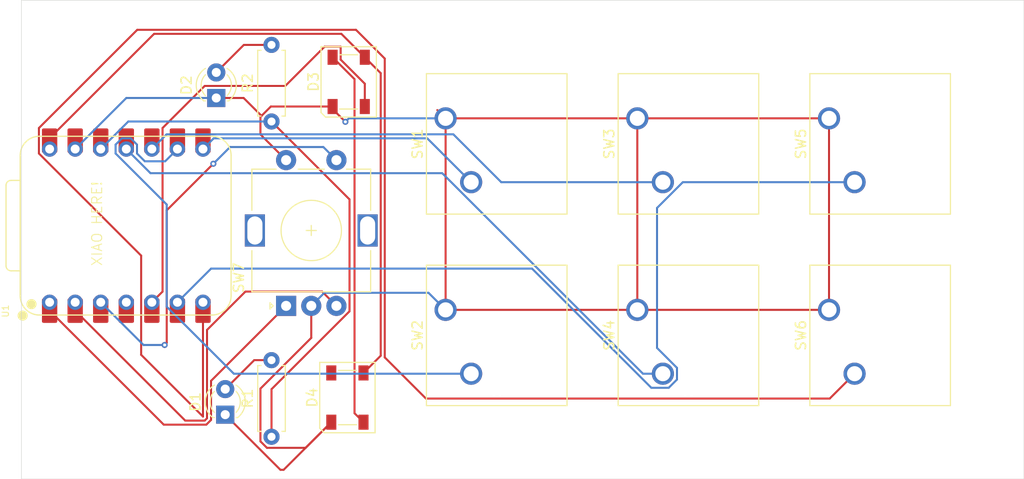
<source format=kicad_pcb>
(kicad_pcb (version 20241229) (generator "pcbnew") (generator_version "9.0")
  (layers (0 "F.Cu" signal) (2 "B.Cu" signal) (13 "F.Paste" user) (15 "B.Paste" user) (5 "F.SilkS" user "F.Silkscreen") (7 "B.SilkS" user "B.Silkscreen") (1 "F.Mask" user) (3 "B.Mask" user) (25 "Edge.Cuts" user))
  (net 0 "")
  (net 1 "GND")
  (net 2 "+5V")
  (net 3 "Net-(D3-DIN)")
  (net 4 "Net-(D3-DOUT)")
  (net 6 "Net-(U1-GPIO1{slash}RX)")
  (net 7 "Net-(U1-GPIO2{slash}SCK)")
  (net 8 "Net-(U1-GPIO4{slash}MISO)")
  (net 9 "Net-(U1-GPIO3{slash}MOSI)")
  (net 10 "Net-(U1-GPIO7{slash}SCL)")
  (net 11 "Net-(U1-GPIO0{slash}TX)")
  (net 12 "Net-(D1-A)")
  (net 13 "Net-(D2-A)")
  (net 14 "Net-(U1-3V3)")
  (net 16 "Net-(U1-GPIO28{slash}ADC2{slash}A2)")
  (net 17 "Net-(U1-GPIO27{slash}ADC1{slash}A1)")
  (net 18 "Net-(U1-GPIO26{slash}ADC0{slash}A0)")
  (footprint "Button_Switch_Keyboard:SW_Cherry_MX_1.00u_PCB" (layer "F.Cu") (at 183.03875 104.61625 90)
    (property "Reference" "SW4" (at -2.54 -2.794 90) (layer "F.SilkS"))
    (property "Value" "SW_Push")
    (fp_line (start 4.445 -1.905) (end 4.445 12.065) (stroke (width 0.12)) (layer "F.SilkS"))
    (fp_line (start -9.525 -1.905) (end 4.445 -1.905) (stroke (width 0.12)) (layer "F.SilkS"))
    (fp_line (start 4.445 12.065) (end -9.525 12.065) (stroke (width 0.12)) (layer "F.SilkS"))
    (fp_line (start -9.525 12.065) (end -9.525 -1.905) (stroke (width 0.12)) (layer "F.SilkS"))
    (pad "" np_thru_hole circle (at -7.62 5.08 90) (size 1.7 1.7) (drill 1.7) (layers "*.Cu" "*.Mask"))
    (pad "" np_thru_hole circle (at -2.54 5.08 90) (size 4 4) (drill 4) (layers "*.Cu" "*.Mask"))
    (pad "" np_thru_hole circle (at 2.54 5.08 90) (size 1.7 1.7) (drill 1.7) (layers "*.Cu" "*.Mask"))
    (pad "1" thru_hole circle (at 0 0 90) (size 2.2 2.2) (drill 1.5) (layers "*.Cu" "*.Mask") (net 1 "GND"))
    (pad "2" thru_hole circle (at -6.35 2.54 90) (size 2.2 2.2) (drill 1.5) (layers "*.Cu" "*.Mask") (net 9 "Net-(U1-GPIO3{slash}MOSI)"))
  )
  (footprint "Button_Switch_Keyboard:SW_Cherry_MX_1.00u_PCB" (layer "F.Cu") (at 183.03875 85.56625 90)
    (property "Reference" "SW3" (at -2.54 -2.794 90) (layer "F.SilkS"))
    (property "Value" "SW_Push")
    (fp_line (start 4.445 -1.905) (end 4.445 12.065) (stroke (width 0.12)) (layer "F.SilkS"))
    (fp_line (start -9.525 -1.905) (end 4.445 -1.905) (stroke (width 0.12)) (layer "F.SilkS"))
    (fp_line (start 4.445 12.065) (end -9.525 12.065) (stroke (width 0.12)) (layer "F.SilkS"))
    (fp_line (start -9.525 12.065) (end -9.525 -1.905) (stroke (width 0.12)) (layer "F.SilkS"))
    (pad "" np_thru_hole circle (at -7.62 5.08 90) (size 1.7 1.7) (drill 1.7) (layers "*.Cu" "*.Mask"))
    (pad "" np_thru_hole circle (at -2.54 5.08 90) (size 4 4) (drill 4) (layers "*.Cu" "*.Mask"))
    (pad "" np_thru_hole circle (at 2.54 5.08 90) (size 1.7 1.7) (drill 1.7) (layers "*.Cu" "*.Mask"))
    (pad "1" thru_hole circle (at 0 0 90) (size 2.2 2.2) (drill 1.5) (layers "*.Cu" "*.Mask") (net 1 "GND"))
    (pad "2" thru_hole circle (at -6.35 2.54 90) (size 2.2 2.2) (drill 1.5) (layers "*.Cu" "*.Mask") (net 8 "Net-(U1-GPIO4{slash}MISO)"))
  )
  (footprint "Resistor_THT:R_Axial_DIN0207_L6.3mm_D2.5mm_P7.62mm_Horizontal" (layer "F.Cu") (at 146.69 85.88 90)
    (property "Reference" "R2" (at 3.81 -2.37 90) (layer "F.SilkS"))
    (property "Value" "680Ω")
    (fp_line (start 7.08 -1.37) (end 7.08 -1.04) (stroke (width 0.12)) (layer "F.SilkS"))
    (fp_line (start 0.54 -1.37) (end 7.08 -1.37) (stroke (width 0.12)) (layer "F.SilkS"))
    (fp_line (start 0.54 -1.04) (end 0.54 -1.37) (stroke (width 0.12)) (layer "F.SilkS"))
    (fp_line (start 0.54 1.04) (end 0.54 1.37) (stroke (width 0.12)) (layer "F.SilkS"))
    (fp_line (start 7.08 1.37) (end 7.08 1.04) (stroke (width 0.12)) (layer "F.SilkS"))
    (fp_line (start 0.54 1.37) (end 7.08 1.37) (stroke (width 0.12)) (layer "F.SilkS"))
    (pad "1" thru_hole circle (at 0 0 90) (size 1.6 1.6) (drill 0.8) (layers "*.Cu" "*.Mask") (net 14 "Net-(U1-3V3)"))
    (pad "2" thru_hole circle (at 7.62 0 90) (size 1.6 1.6) (drill 0.8) (layers "*.Cu" "*.Mask") (net 13 "Net-(D2-A)"))
  )
  (footprint "LED_THT:LED_D3.0mm" (layer "F.Cu") (at 142.09 115.04 90)
    (property "Reference" "D1" (at 1.27 -2.96 90) (layer "F.SilkS"))
    (property "Value" "LED")
    (fp_line (start -0.29 -1.236) (end -0.29 -1.08) (stroke (width 0.12)) (layer "F.SilkS"))
    (fp_line (start -0.29 1.08) (end -0.29 1.236) (stroke (width 0.12)) (layer "F.SilkS"))
    (fp_arc (start -0.29 -1.235516) (mid 1.36566 -1.987699) (end 2.941437 -1.08) (stroke (width 0.12)) (layer "F.SilkS"))
    (fp_arc (start 0.229039 -1.08) (mid 1.27 -1.5) (end 2.310961 -1.08) (stroke (width 0.12)) (layer "F.SilkS"))
    (fp_arc (start 2.941437 1.08) (mid 1.36566 1.987699) (end -0.29 1.235516) (stroke (width 0.12)) (layer "F.SilkS"))
    (fp_arc (start 2.310961 1.08) (mid 1.27 1.5) (end 0.229039 1.08) (stroke (width 0.12)) (layer "F.SilkS"))
    (pad "1" thru_hole rect (at 0 0 90) (size 1.8 1.8) (drill 0.9) (layers "*.Cu" "*.Mask") (net 1 "GND"))
    (pad "2" thru_hole circle (at 2.54 0 90) (size 1.8 1.8) (drill 0.9) (layers "*.Cu" "*.Mask") (net 12 "Net-(D1-A)"))
  )
  (footprint "Button_Switch_Keyboard:SW_Cherry_MX_1.00u_PCB" (layer "F.Cu") (at 202.08875 104.61625 90)
    (property "Reference" "SW6" (at -2.54 -2.794 90) (layer "F.SilkS"))
    (property "Value" "SW_Push")
    (fp_line (start 4.445 -1.905) (end 4.445 12.065) (stroke (width 0.12)) (layer "F.SilkS"))
    (fp_line (start -9.525 -1.905) (end 4.445 -1.905) (stroke (width 0.12)) (layer "F.SilkS"))
    (fp_line (start 4.445 12.065) (end -9.525 12.065) (stroke (width 0.12)) (layer "F.SilkS"))
    (fp_line (start -9.525 12.065) (end -9.525 -1.905) (stroke (width 0.12)) (layer "F.SilkS"))
    (pad "" np_thru_hole circle (at -7.62 5.08 90) (size 1.7 1.7) (drill 1.7) (layers "*.Cu" "*.Mask"))
    (pad "" np_thru_hole circle (at -2.54 5.08 90) (size 4 4) (drill 4) (layers "*.Cu" "*.Mask"))
    (pad "" np_thru_hole circle (at 2.54 5.08 90) (size 1.7 1.7) (drill 1.7) (layers "*.Cu" "*.Mask"))
    (pad "1" thru_hole circle (at 0 0 90) (size 2.2 2.2) (drill 1.5) (layers "*.Cu" "*.Mask") (net 1 "GND"))
    (pad "2" thru_hole circle (at -6.35 2.54 90) (size 2.2 2.2) (drill 1.5) (layers "*.Cu" "*.Mask") (net 11 "Net-(U1-GPIO0{slash}TX)"))
  )
  (footprint "Resistor_THT:R_Axial_DIN0207_L6.3mm_D2.5mm_P7.62mm_Horizontal" (layer "F.Cu") (at 146.69 117.24 90)
    (property "Reference" "R1" (at 3.81 -2.37 90) (layer "F.SilkS"))
    (property "Value" "680Ω")
    (fp_line (start 7.08 -1.37) (end 7.08 -1.04) (stroke (width 0.12)) (layer "F.SilkS"))
    (fp_line (start 0.54 -1.37) (end 7.08 -1.37) (stroke (width 0.12)) (layer "F.SilkS"))
    (fp_line (start 0.54 -1.04) (end 0.54 -1.37) (stroke (width 0.12)) (layer "F.SilkS"))
    (fp_line (start 0.54 1.04) (end 0.54 1.37) (stroke (width 0.12)) (layer "F.SilkS"))
    (fp_line (start 7.08 1.37) (end 7.08 1.04) (stroke (width 0.12)) (layer "F.SilkS"))
    (fp_line (start 0.54 1.37) (end 7.08 1.37) (stroke (width 0.12)) (layer "F.SilkS"))
    (pad "1" thru_hole circle (at 0 0 90) (size 1.6 1.6) (drill 0.8) (layers "*.Cu" "*.Mask") (net 14 "Net-(U1-3V3)"))
    (pad "2" thru_hole circle (at 7.62 0 90) (size 1.6 1.6) (drill 0.8) (layers "*.Cu" "*.Mask") (net 12 "Net-(D1-A)"))
  )
  (footprint "LED_THT:LED_D3.0mm" (layer "F.Cu") (at 141.2 83.54 90)
    (property "Reference" "D2" (at 1.27 -2.96 90) (layer "F.SilkS"))
    (property "Value" "LED")
    (fp_line (start -0.29 -1.236) (end -0.29 -1.08) (stroke (width 0.12)) (layer "F.SilkS"))
    (fp_line (start -0.29 1.08) (end -0.29 1.236) (stroke (width 0.12)) (layer "F.SilkS"))
    (fp_arc (start -0.29 -1.235516) (mid 1.36566 -1.987699) (end 2.941437 -1.08) (stroke (width 0.12)) (layer "F.SilkS"))
    (fp_arc (start 0.229039 -1.08) (mid 1.27 -1.5) (end 2.310961 -1.08) (stroke (width 0.12)) (layer "F.SilkS"))
    (fp_arc (start 2.941437 1.08) (mid 1.36566 1.987699) (end -0.29 1.235516) (stroke (width 0.12)) (layer "F.SilkS"))
    (fp_arc (start 2.310961 1.08) (mid 1.27 1.5) (end 0.229039 1.08) (stroke (width 0.12)) (layer "F.SilkS"))
    (pad "1" thru_hole rect (at 0 0 90) (size 1.8 1.8) (drill 0.9) (layers "*.Cu" "*.Mask") (net 1 "GND"))
    (pad "2" thru_hole circle (at 2.54 0 90) (size 1.8 1.8) (drill 0.9) (layers "*.Cu" "*.Mask") (net 13 "Net-(D2-A)"))
  )
  (footprint "Button_Switch_Keyboard:SW_Cherry_MX_1.00u_PCB" (layer "F.Cu") (at 163.98875 85.56625 90)
    (property "Reference" "SW1" (at -2.54 -2.794 90) (layer "F.SilkS"))
    (property "Value" "SW_Push")
    (fp_line (start 4.445 -1.905) (end 4.445 12.065) (stroke (width 0.12)) (layer "F.SilkS"))
    (fp_line (start -9.525 -1.905) (end 4.445 -1.905) (stroke (width 0.12)) (layer "F.SilkS"))
    (fp_line (start 4.445 12.065) (end -9.525 12.065) (stroke (width 0.12)) (layer "F.SilkS"))
    (fp_line (start -9.525 12.065) (end -9.525 -1.905) (stroke (width 0.12)) (layer "F.SilkS"))
    (pad "" np_thru_hole circle (at -7.62 5.08 90) (size 1.7 1.7) (drill 1.7) (layers "*.Cu" "*.Mask"))
    (pad "" np_thru_hole circle (at -2.54 5.08 90) (size 4 4) (drill 4) (layers "*.Cu" "*.Mask"))
    (pad "" np_thru_hole circle (at 2.54 5.08 90) (size 1.7 1.7) (drill 1.7) (layers "*.Cu" "*.Mask"))
    (pad "1" thru_hole circle (at 0 0 90) (size 2.2 2.2) (drill 1.5) (layers "*.Cu" "*.Mask") (net 1 "GND"))
    (pad "2" thru_hole circle (at -6.35 2.54 90) (size 2.2 2.2) (drill 1.5) (layers "*.Cu" "*.Mask") (net 6 "Net-(U1-GPIO1{slash}RX)"))
  )
  (footprint "Button_Switch_Keyboard:SW_Cherry_MX_1.00u_PCB" (layer "F.Cu") (at 163.98875 104.61625 90)
    (property "Reference" "SW2" (at -2.54 -2.794 90) (layer "F.SilkS"))
    (property "Value" "SW_Push")
    (fp_line (start 4.445 -1.905) (end 4.445 12.065) (stroke (width 0.12)) (layer "F.SilkS"))
    (fp_line (start -9.525 -1.905) (end 4.445 -1.905) (stroke (width 0.12)) (layer "F.SilkS"))
    (fp_line (start 4.445 12.065) (end -9.525 12.065) (stroke (width 0.12)) (layer "F.SilkS"))
    (fp_line (start -9.525 12.065) (end -9.525 -1.905) (stroke (width 0.12)) (layer "F.SilkS"))
    (pad "" np_thru_hole circle (at -7.62 5.08 90) (size 1.7 1.7) (drill 1.7) (layers "*.Cu" "*.Mask"))
    (pad "" np_thru_hole circle (at -2.54 5.08 90) (size 4 4) (drill 4) (layers "*.Cu" "*.Mask"))
    (pad "" np_thru_hole circle (at 2.54 5.08 90) (size 1.7 1.7) (drill 1.7) (layers "*.Cu" "*.Mask"))
    (pad "1" thru_hole circle (at 0 0 90) (size 2.2 2.2) (drill 1.5) (layers "*.Cu" "*.Mask") (net 1 "GND"))
    (pad "2" thru_hole circle (at -6.35 2.54 90) (size 2.2 2.2) (drill 1.5) (layers "*.Cu" "*.Mask") (net 7 "Net-(U1-GPIO2{slash}SCK)"))
  )
  (footprint "XIAO_Footprints:XIAO-RP2040-DIP" (layer "F.Cu") (at 132.26 96.24 90)
    (property "Reference" "U1" (at -8.5 -12 90) (layer "F.SilkS") (effects (font (size 0.635 0.635) (thickness 0.1016))))
    (property "Value" "XIAO-RP2040-DIP")
    (fp_line (start -3.991272 -11.951) (end 4.004 -11.951) (stroke (width 0.127)) (layer "F.SilkS"))
    (fp_line (start 4.504 -11.451) (end 4.504 -10.541) (stroke (width 0.127)) (layer "F.SilkS"))
    (fp_line (start 6.985 -10.541) (end -6.985 -10.541) (stroke (width 0.1)) (layer "F.SilkS"))
    (fp_line (start 6.985 -10.541) (end -6.985 -10.541) (stroke (width 0.127)) (layer "F.SilkS"))
    (fp_line (start -4.495 -10.541) (end -4.491272 -11.451272) (stroke (width 0.127)) (layer "F.SilkS"))
    (fp_line (start 8.89 8.509) (end 8.89 -8.636) (stroke (width 0.127)) (layer "F.SilkS"))
    (fp_line (start -8.89 8.509) (end -8.89 -8.636) (stroke (width 0.127)) (layer "F.SilkS"))
    (fp_line (start -6.985 10.414) (end 6.985 10.414) (stroke (width 0.127)) (layer "F.SilkS"))
    (fp_arc (start 4.004 -11.951) (mid 4.357553 -11.804553) (end 4.504 -11.451) (stroke (width 0.127)) (layer "F.SilkS"))
    (fp_arc (start -4.491272 -11.451272) (mid -4.344728 -11.80464) (end -3.991272 -11.951) (stroke (width 0.127)) (layer "F.SilkS"))
    (fp_arc (start 6.985 -10.541) (mid 8.332038 -9.983038) (end 8.89 -8.636) (stroke (width 0.127)) (layer "F.SilkS"))
    (fp_arc (start -8.89 -8.636) (mid -8.332038 -9.983038) (end -6.985 -10.541) (stroke (width 0.127)) (layer "F.SilkS"))
    (fp_arc (start 8.89 8.509) (mid 8.332038 9.856038) (end 6.985 10.414) (stroke (width 0.127)) (layer "F.SilkS"))
    (fp_arc (start -6.985 10.414) (mid -8.332038 9.856038) (end -8.89 8.509) (stroke (width 0.127)) (layer "F.SilkS"))
    (fp_circle (center -8.95 -10.3) (end -8.95 -10.554) (stroke (width 0.5)) (fill yes) (layer "F.SilkS"))
    (fp_circle (center -7.807 -9.42) (end -7.807 -9.674) (stroke (width 0.5)) (fill yes) (layer "F.SilkS"))
    (pad "1" smd roundrect (at -8.455 -7.62 270) (size 2.432 1.524) (layers "F.Cu" "F.Mask") (roundrect_rratio 0.1) (net 18 "Net-(U1-GPIO26{slash}ADC0{slash}A0)"))
    (pad "1" thru_hole circle (at -7.62 -7.62 270) (size 1.524 1.524) (drill 0.889) (layers "*.Cu" "*.Mask") (net 18 "Net-(U1-GPIO26{slash}ADC0{slash}A0)"))
    (pad "2" smd roundrect (at -8.455 -5.08 270) (size 2.432 1.524) (layers "F.Cu" "F.Mask") (roundrect_rratio 0.1) (net 17 "Net-(U1-GPIO27{slash}ADC1{slash}A1)"))
    (pad "2" thru_hole circle (at -7.62 -5.08 270) (size 1.524 1.524) (drill 0.889) (layers "*.Cu" "*.Mask") (net 17 "Net-(U1-GPIO27{slash}ADC1{slash}A1)"))
    (pad "3" smd roundrect (at -8.455 -2.54 270) (size 2.432 1.524) (layers "F.Cu" "F.Mask") (roundrect_rratio 0.1) (net 16 "Net-(U1-GPIO28{slash}ADC2{slash}A2)"))
    (pad "3" thru_hole circle (at -7.62 -2.54 270) (size 1.524 1.524) (drill 0.889) (layers "*.Cu" "*.Mask") (net 16 "Net-(U1-GPIO28{slash}ADC2{slash}A2)"))
    (pad "4" smd roundrect (at -8.455 0 270) (size 2.432 1.524) (layers "F.Cu" "F.Mask") (roundrect_rratio 0.1))
    (pad "4" thru_hole circle (at -7.62 0 270) (size 1.524 1.524) (drill 0.889) (layers "*.Cu" "*.Mask"))
    (pad "5" smd roundrect (at -8.455 2.54 270) (size 2.432 1.524) (layers "F.Cu" "F.Mask") (roundrect_rratio 0.1) (net 3 "Net-(D3-DIN)"))
    (pad "5" thru_hole circle (at -7.62 2.54 270) (size 1.524 1.524) (drill 0.889) (layers "*.Cu" "*.Mask") (net 3 "Net-(D3-DIN)"))
    (pad "6" smd roundrect (at -8.455 5.08 270) (size 2.432 1.524) (layers "F.Cu" "F.Mask") (roundrect_rratio 0.1) (net 10 "Net-(U1-GPIO7{slash}SCL)"))
    (pad "6" thru_hole circle (at -7.62 5.08 270) (size 1.524 1.524) (drill 0.889) (layers "*.Cu" "*.Mask") (net 10 "Net-(U1-GPIO7{slash}SCL)"))
    (pad "7" smd roundrect (at -8.455 7.62 270) (size 2.432 1.524) (layers "F.Cu" "F.Mask") (roundrect_rratio 0.1) (net 11 "Net-(U1-GPIO0{slash}TX)"))
    (pad "7" thru_hole circle (at -7.62 7.62 270) (size 1.524 1.524) (drill 0.889) (layers "*.Cu" "*.Mask") (net 11 "Net-(U1-GPIO0{slash}TX)"))
    (pad "8" thru_hole circle (at 7.62 7.62 90) (size 1.524 1.524) (drill 0.889) (layers "*.Cu" "*.Mask") (net 6 "Net-(U1-GPIO1{slash}RX)"))
    (pad "8" smd roundrect (at 8.455 7.62 90) (size 2.432 1.524) (layers "F.Cu" "F.Mask") (roundrect_rratio 0.1) (net 6 "Net-(U1-GPIO1{slash}RX)"))
    (pad "9" thru_hole circle (at 7.62 5.08 90) (size 1.524 1.524) (drill 0.889) (layers "*.Cu" "*.Mask") (net 7 "Net-(U1-GPIO2{slash}SCK)"))
    (pad "9" smd roundrect (at 8.455 5.08 90) (size 2.432 1.524) (layers "F.Cu" "F.Mask") (roundrect_rratio 0.1) (net 7 "Net-(U1-GPIO2{slash}SCK)"))
    (pad "10" thru_hole circle (at 7.62 2.54 90) (size 1.524 1.524) (drill 0.889) (layers "*.Cu" "*.Mask") (net 8 "Net-(U1-GPIO4{slash}MISO)"))
    (pad "10" smd roundrect (at 8.455 2.54 90) (size 2.432 1.524) (layers "F.Cu" "F.Mask") (roundrect_rratio 0.1) (net 8 "Net-(U1-GPIO4{slash}MISO)"))
    (pad "11" thru_hole circle (at 7.62 0 90) (size 1.524 1.524) (drill 0.889) (layers "*.Cu" "*.Mask") (net 9 "Net-(U1-GPIO3{slash}MOSI)"))
    (pad "11" smd roundrect (at 8.455 0 90) (size 2.432 1.524) (layers "F.Cu" "F.Mask") (roundrect_rratio 0.1) (net 9 "Net-(U1-GPIO3{slash}MOSI)"))
    (pad "12" thru_hole circle (at 7.62 -2.54 90) (size 1.524 1.524) (drill 0.889) (layers "*.Cu" "*.Mask") (net 14 "Net-(U1-3V3)"))
    (pad "12" smd roundrect (at 8.455 -2.54 90) (size 2.432 1.524) (layers "F.Cu" "F.Mask") (roundrect_rratio 0.1) (net 14 "Net-(U1-3V3)"))
    (pad "13" thru_hole circle (at 7.62 -5.08 90) (size 1.524 1.524) (drill 0.889) (layers "*.Cu" "*.Mask") (net 1 "GND"))
    (pad "13" smd roundrect (at 8.455 -5.08 90) (size 2.432 1.524) (layers "F.Cu" "F.Mask") (roundrect_rratio 0.1) (net 1 "GND"))
    (pad "14" thru_hole circle (at 7.62 -7.62 90) (size 1.524 1.524) (drill 0.889) (layers "*.Cu" "*.Mask") (net 2 "+5V"))
    (pad "14" smd roundrect (at 8.455 -7.62 90) (size 2.432 1.524) (layers "F.Cu" "F.Mask") (roundrect_rratio 0.1) (net 2 "+5V"))
  )
  (footprint "Button_Switch_Keyboard:SW_Cherry_MX_1.00u_PCB" (layer "F.Cu") (at 202.08875 85.56625 90)
    (property "Reference" "SW5" (at -2.54 -2.794 90) (layer "F.SilkS"))
    (property "Value" "SW_Push")
    (fp_line (start 4.445 -1.905) (end 4.445 12.065) (stroke (width 0.12)) (layer "F.SilkS"))
    (fp_line (start -9.525 -1.905) (end 4.445 -1.905) (stroke (width 0.12)) (layer "F.SilkS"))
    (fp_line (start 4.445 12.065) (end -9.525 12.065) (stroke (width 0.12)) (layer "F.SilkS"))
    (fp_line (start -9.525 12.065) (end -9.525 -1.905) (stroke (width 0.12)) (layer "F.SilkS"))
    (pad "" np_thru_hole circle (at -7.62 5.08 90) (size 1.7 1.7) (drill 1.7) (layers "*.Cu" "*.Mask"))
    (pad "" np_thru_hole circle (at -2.54 5.08 90) (size 4 4) (drill 4) (layers "*.Cu" "*.Mask"))
    (pad "" np_thru_hole circle (at 2.54 5.08 90) (size 1.7 1.7) (drill 1.7) (layers "*.Cu" "*.Mask"))
    (pad "1" thru_hole circle (at 0 0 90) (size 2.2 2.2) (drill 1.5) (layers "*.Cu" "*.Mask") (net 1 "GND"))
    (pad "2" thru_hole circle (at -6.35 2.54 90) (size 2.2 2.2) (drill 1.5) (layers "*.Cu" "*.Mask") (net 10 "Net-(U1-GPIO7{slash}SCL)"))
  )
  (footprint "LED_SMD:LED_SK6812_PLCC4_5.0x5.0mm_P3.2mm" (layer "F.Cu") (at 154.23 113.34 90)
    (property "Reference" "D4" (at 0 -3.5 90) (layer "F.SilkS"))
    (property "Value" "SK6812MINI")
    (fp_line (start 3.5 -2.75) (end -3.05 -2.75) (stroke (width 0.12)) (layer "F.SilkS"))
    (fp_line (start -3.05 -2.75) (end -3.5 -2.3) (stroke (width 0.12)) (layer "F.SilkS"))
    (fp_line (start -3.5 -2.3) (end -3.5 2.75) (stroke (width 0.12)) (layer "F.SilkS"))
    (fp_line (start 2.7 -0.9) (end 2.7 0.9) (stroke (width 0.12)) (layer "F.SilkS"))
    (fp_line (start -2.7 -0.9) (end -2.7 0.9) (stroke (width 0.12)) (layer "F.SilkS"))
    (fp_line (start 3.5 2.75) (end 3.5 -2.75) (stroke (width 0.12)) (layer "F.SilkS"))
    (fp_line (start 3.5 2.75) (end -3.5 2.75) (stroke (width 0.12)) (layer "F.SilkS"))
    (pad "1" smd rect (at -2.45 -1.6 270) (size 1.5 1) (layers "F.Cu" "F.Mask" "F.Paste") (net 1 "GND"))
    (pad "2" smd rect (at -2.45 1.6 270) (size 1.5 1) (layers "F.Cu" "F.Mask" "F.Paste") (net 4 "Net-(D3-DOUT)"))
    (pad "3" smd rect (at 2.45 1.6 270) (size 1.5 1) (layers "F.Cu" "F.Mask" "F.Paste") (net 2 "+5V"))
    (pad "4" smd rect (at 2.45 -1.6 270) (size 1.5 1) (layers "F.Cu" "F.Mask" "F.Paste"))
  )
  (footprint "Rotary_Encoder:RotaryEncoder_Alps_EC11E-Switch_Vertical_H20mm" (layer "F.Cu") (at 148.14 104.22 90)
    (property "Reference" "SW7" (at 2.8 -4.7 90) (layer "F.SilkS"))
    (property "Value" "RotaryEncoder_Switch")
    (fp_line (start 13.6 -3.4) (end 13.6 -1) (stroke (width 0.12)) (layer "F.SilkS"))
    (fp_line (start 9.5 -3.4) (end 13.6 -3.4) (stroke (width 0.12)) (layer "F.SilkS"))
    (fp_line (start 5.5 -3.4) (end 1.4 -3.4) (stroke (width 0.12)) (layer "F.SilkS"))
    (fp_line (start 1.4 -3.4) (end 1.4 8.4) (stroke (width 0.12)) (layer "F.SilkS"))
    (fp_line (start 0.3 -1.6) (end 0 -1.3) (stroke (width 0.12)) (layer "F.SilkS"))
    (fp_line (start -0.3 -1.6) (end 0.3 -1.6) (stroke (width 0.12)) (layer "F.SilkS"))
    (fp_line (start 0 -1.3) (end -0.3 -1.6) (stroke (width 0.12)) (layer "F.SilkS"))
    (fp_line (start 13.6 1.2) (end 13.6 3.8) (stroke (width 0.12)) (layer "F.SilkS"))
    (fp_line (start 7.5 2) (end 7.5 3) (stroke (width 0.12)) (layer "F.SilkS"))
    (fp_line (start 7 2.5) (end 8 2.5) (stroke (width 0.12)) (layer "F.SilkS"))
    (fp_line (start 13.6 6) (end 13.6 8.4) (stroke (width 0.12)) (layer "F.SilkS"))
    (fp_line (start 13.6 8.4) (end 9.5 8.4) (stroke (width 0.12)) (layer "F.SilkS"))
    (fp_line (start 5.5 8.4) (end 1.4 8.4) (stroke (width 0.12)) (layer "F.SilkS"))
    (fp_circle (center 7.5 2.5) (end 10.5 2.5) (stroke (width 0.12)) (fill no) (layer "F.SilkS"))
    (pad "A" thru_hole rect (at 0 0 90) (size 2 2) (drill 1) (layers "*.Cu" "*.Mask") (net 18 "Net-(U1-GPIO26{slash}ADC0{slash}A0)"))
    (pad "B" thru_hole circle (at 0 5 90) (size 2 2) (drill 1) (layers "*.Cu" "*.Mask") (net 17 "Net-(U1-GPIO27{slash}ADC1{slash}A1)"))
    (pad "C" thru_hole circle (at 0 2.5 90) (size 2 2) (drill 1) (layers "*.Cu" "*.Mask") (net 1 "GND"))
    (pad "MP" thru_hole rect (at 7.5 -3.1 90) (size 3.2 2) (drill oval 2.8 1.5) (layers "*.Cu" "*.Mask"))
    (pad "MP" thru_hole rect (at 7.5 8.1 90) (size 3.2 2) (drill oval 2.8 1.5) (layers "*.Cu" "*.Mask"))
    (pad "S1" thru_hole circle (at 14.5 5 90) (size 2 2) (drill 1) (layers "*.Cu" "*.Mask") (net 16 "Net-(U1-GPIO28{slash}ADC2{slash}A2)"))
    (pad "S2" thru_hole circle (at 14.5 0 90) (size 2 2) (drill 1) (layers "*.Cu" "*.Mask") (net 1 "GND"))
  )
  (footprint "LED_SMD:LED_SK6812_PLCC4_5.0x5.0mm_P3.2mm" (layer "F.Cu") (at 154.36 81.94 90)
    (property "Reference" "D3" (at 0 -3.5 90) (layer "F.SilkS"))
    (property "Value" "SK6812MINI")
    (fp_line (start 3.5 -2.75) (end -3.05 -2.75) (stroke (width 0.12)) (layer "F.SilkS"))
    (fp_line (start -3.05 -2.75) (end -3.5 -2.3) (stroke (width 0.12)) (layer "F.SilkS"))
    (fp_line (start -3.5 -2.3) (end -3.5 2.75) (stroke (width 0.12)) (layer "F.SilkS"))
    (fp_line (start 2.7 -0.9) (end 2.7 0.9) (stroke (width 0.12)) (layer "F.SilkS"))
    (fp_line (start -2.7 -0.9) (end -2.7 0.9) (stroke (width 0.12)) (layer "F.SilkS"))
    (fp_line (start 3.5 2.75) (end 3.5 -2.75) (stroke (width 0.12)) (layer "F.SilkS"))
    (fp_line (start 3.5 2.75) (end -3.5 2.75) (stroke (width 0.12)) (layer "F.SilkS"))
    (pad "1" smd rect (at -2.45 -1.6 270) (size 1.5 1) (layers "F.Cu" "F.Mask" "F.Paste") (net 1 "GND"))
    (pad "2" smd rect (at -2.45 1.6 270) (size 1.5 1) (layers "F.Cu" "F.Mask" "F.Paste") (net 3 "Net-(D3-DIN)"))
    (pad "3" smd rect (at 2.45 1.6 270) (size 1.5 1) (layers "F.Cu" "F.Mask" "F.Paste") (net 2 "+5V"))
    (pad "4" smd rect (at 2.45 -1.6 270) (size 1.5 1) (layers "F.Cu" "F.Mask" "F.Paste") (net 4 "Net-(D3-DOUT)"))
  )
  (gr_rect (start 121.84125 73.81875) (end 221.45625 121.44375) (stroke (width 0.05)) (fill no) (layer "Edge.Cuts"))
  (gr_text "XIAO HERE!" (at 129.94 100.32 90) (layer "F.SilkS") (effects (font (size 1 1) (thickness 0.1)) (justify left bottom)))
  (segment (start 152.76 84.64) (end 152.76 84.39) (width 0.2) (layer "F.Cu") (net 1))
  (segment (start 141.2 83.54) (end 143.92 83.54) (width 0.2) (layer "F.Cu") (net 1))
  (segment (start 146.23395 118.341) (end 145.589 117.69605) (width 0.2) (layer "F.Cu") (net 1))
  (segment (start 163.98875 85.56625) (end 163.16525 84.74275) (width 0.2) (layer "F.Cu") (net 1))
  (segment (start 163.98875 85.56625) (end 163.98875 104.61625) (width 0.2) (layer "F.Cu") (net 1))
  (segment (start 152.63 115.79) (end 150.079 118.341) (width 0.2) (layer "F.Cu") (net 1))
  (segment (start 202.08875 104.61625) (end 202.08875 85.56625) (width 0.2) (layer "F.Cu") (net 1))
  (segment (start 154.03 85.91) (end 152.76 84.64) (width 0.2) (layer "F.Cu") (net 1))
  (segment (start 145.696475 85.316475) (end 145.589 85.42395) (width 0.2) (layer "F.Cu") (net 1))
  (segment (start 163.98875 104.61625) (end 183.03875 104.61625) (width 0.2) (layer "F.Cu") (net 1))
  (segment (start 145.589 117.69605) (end 145.589 112.451) (width 0.2) (layer "F.Cu") (net 1))
  (segment (start 146.62295 84.39) (end 145.696475 85.316475) (width 0.2) (layer "F.Cu") (net 1))
  (segment (start 202.08875 104.61625) (end 183.03875 104.61625) (width 0.2) (layer "F.Cu") (net 1))
  (segment (start 147.89275 120.52725) (end 152.63 115.79) (width 0.2) (layer "F.Cu") (net 1))
  (segment (start 145.589 112.451) (end 150.64 107.4) (width 0.2) (layer "F.Cu") (net 1))
  (segment (start 145.589 87.169) (end 148.14 89.72) (width 0.2) (layer "F.Cu") (net 1))
  (segment (start 150.079 118.341) (end 146.23395 118.341) (width 0.2) (layer "F.Cu") (net 1))
  (segment (start 152.76 84.39) (end 146.62295 84.39) (width 0.2) (layer "F.Cu") (net 1))
  (segment (start 183.03875 104.61625) (end 183.03875 85.56625) (width 0.2) (layer "F.Cu") (net 1))
  (segment (start 147.57725 120.52725) (end 147.89275 120.52725) (width 0.2) (layer "F.Cu") (net 1))
  (segment (start 183.03875 85.56625) (end 163.98875 85.56625) (width 0.2) (layer "F.Cu") (net 1))
  (segment (start 142.09 115.04) (end 147.57725 120.52725) (width 0.2) (layer "F.Cu") (net 1))
  (segment (start 202.08875 85.56625) (end 183.03875 85.56625) (width 0.2) (layer "F.Cu") (net 1))
  (segment (start 143.92 83.54) (end 145.696475 85.316475) (width 0.2) (layer "F.Cu") (net 1))
  (segment (start 150.64 107.4) (end 150.64 104.22) (width 0.2) (layer "F.Cu") (net 1))
  (segment (start 145.589 85.42395) (end 145.589 87.169) (width 0.2) (layer "F.Cu") (net 1))
  (via (at 154.03 85.91) (size 0.6) (drill 0.3) (layers "F.Cu" "B.Cu") (net 1))
  (segment (start 154.37375 85.56625) (end 154.03 85.91) (width 0.2) (layer "B.Cu") (net 1))
  (segment (start 162.2915 102.919) (end 151.941 102.919) (width 0.2) (layer "B.Cu") (net 1))
  (segment (start 132.26 83.54) (end 127.18 88.62) (width 0.2) (layer "B.Cu") (net 1))
  (segment (start 151.941 102.919) (end 150.64 104.22) (width 0.2) (layer "B.Cu") (net 1))
  (segment (start 163.98875 85.56625) (end 154.37375 85.56625) (width 0.2) (layer "B.Cu") (net 1))
  (segment (start 154.03 85.91) (end 153.97 85.97) (width 0.2) (layer "B.Cu") (net 1))
  (segment (start 163.98875 104.61625) (end 162.2915 102.919) (width 0.2) (layer "B.Cu") (net 1))
  (segment (start 141.2 83.54) (end 132.26 83.54) (width 0.2) (layer "B.Cu") (net 1))
  (segment (start 124.64 87.54237) (end 124.64 88.62) (width 0.2) (layer "F.Cu") (net 2))
  (segment (start 153.629 77.159) (end 135.02337 77.159) (width 0.2) (layer "F.Cu") (net 2))
  (segment (start 155.96 79.49) (end 153.629 77.159) (width 0.2) (layer "F.Cu") (net 2))
  (segment (start 135.02337 77.159) (end 124.64 87.54237) (width 0.2) (layer "F.Cu") (net 2))
  (segment (start 157.541 109.179) (end 157.541 81.071) (width 0.2) (layer "F.Cu") (net 2))
  (segment (start 157.541 81.071) (end 155.96 79.49) (width 0.2) (layer "F.Cu") (net 2))
  (segment (start 155.83 110.89) (end 157.541 109.179) (width 0.2) (layer "F.Cu") (net 2))
  (segment (start 153.561 78.439) (end 151.959 78.439) (width 0.2) (layer "F.Cu") (net 3))
  (segment (start 153.561 79.7239) (end 153.561 78.439) (width 0.2) (layer "F.Cu") (net 3))
  (segment (start 148.059 82.339) (end 140.053374 82.339) (width 0.2) (layer "F.Cu") (net 3))
  (segment (start 135.863 102.797) (end 134.8 103.86) (width 0.2) (layer "F.Cu") (net 3))
  (segment (start 155.96 84.39) (end 155.96 82.1229) (width 0.2) (layer "F.Cu") (net 3))
  (segment (start 155.96 82.1229) (end 153.561 79.7239) (width 0.2) (layer "F.Cu") (net 3))
  (segment (start 151.959 78.439) (end 148.059 82.339) (width 0.2) (layer "F.Cu") (net 3))
  (segment (start 140.053374 82.339) (end 135.863 86.529374) (width 0.2) (layer "F.Cu") (net 3))
  (segment (start 135.863 86.529374) (end 135.863 102.797) (width 0.2) (layer "F.Cu") (net 3))
  (segment (start 154.939 114.899) (end 154.939 81.669) (width 0.2) (layer "F.Cu") (net 4))
  (segment (start 154.939 81.669) (end 152.76 79.49) (width 0.2) (layer "F.Cu") (net 4))
  (segment (start 155.83 115.79) (end 154.939 114.899) (width 0.2) (layer "F.Cu") (net 4))
  (segment (start 162.1695 87.557) (end 140.943 87.557) (width 0.2) (layer "B.Cu") (net 6))
  (segment (start 166.52875 91.91625) (end 162.1695 87.557) (width 0.2) (layer "B.Cu") (net 6))
  (segment (start 140.943 87.557) (end 139.88 88.62) (width 0.2) (layer "B.Cu") (net 6))
  (segment (start 136.277 94.14031) (end 131.197 89.06031) (width 0.2) (layer "B.Cu") (net 7))
  (segment (start 133.323 88.17969) (end 133.323 89.06031) (width 0.2) (layer "B.Cu") (net 7))
  (segment (start 136.277 104.30031) (end 136.277 94.14031) (width 0.2) (layer "B.Cu") (net 7))
  (segment (start 131.197 89.06031) (end 131.197 88.17969) (width 0.2) (layer "B.Cu") (net 7))
  (segment (start 131.81969 87.557) (end 132.70031 87.557) (width 0.2) (layer "B.Cu") (net 7))
  (segment (start 166.52875 110.96625) (end 142.94294 110.96625) (width 0.2) (layer "B.Cu") (net 7))
  (segment (start 136.12 89.84) (end 137.34 88.62) (width 0.2) (layer "B.Cu") (net 7))
  (segment (start 134.10269 89.84) (end 136.12 89.84) (width 0.2) (layer "B.Cu") (net 7))
  (segment (start 133.323 89.06031) (end 134.10269 89.84) (width 0.2) (layer "B.Cu") (net 7))
  (segment (start 132.70031 87.557) (end 133.323 88.17969) (width 0.2) (layer "B.Cu") (net 7))
  (segment (start 131.197 88.17969) (end 131.81969 87.557) (width 0.2) (layer "B.Cu") (net 7))
  (segment (start 142.94294 110.96625) (end 136.277 104.30031) (width 0.2) (layer "B.Cu") (net 7))
  (segment (start 136.264 87.156) (end 134.8 88.62) (width 0.2) (layer "B.Cu") (net 8))
  (segment (start 185.57875 91.91625) (end 169.518064 91.91625) (width 0.2) (layer "B.Cu") (net 8))
  (segment (start 169.518064 91.91625) (end 164.757814 87.156) (width 0.2) (layer "B.Cu") (net 8))
  (segment (start 164.757814 87.156) (end 136.264 87.156) (width 0.2) (layer "B.Cu") (net 8))
  (segment (start 185.57875 110.96625) (end 183.597436 110.96625) (width 0.2) (layer "B.Cu") (net 9))
  (segment (start 183.597436 110.96625) (end 163.652186 91.021) (width 0.2) (layer "B.Cu") (net 9))
  (segment (start 163.652186 91.021) (end 134.661 91.021) (width 0.2) (layer "B.Cu") (net 9))
  (segment (start 134.661 91.021) (end 132.26 88.62) (width 0.2) (layer "B.Cu") (net 9))
  (segment (start 184.998436 108.404622) (end 186.97975 110.385936) (width 0.2) (layer "B.Cu") (net 10))
  (segment (start 140.69 100.51) (end 137.34 103.86) (width 0.2) (layer "B.Cu") (net 10))
  (segment (start 204.62875 91.91625) (end 187.560064 91.91625) (width 0.2) (layer "B.Cu") (net 10))
  (segment (start 187.560064 91.91625) (end 184.998436 94.477878) (width 0.2) (layer "B.Cu") (net 10))
  (segment (start 186.159064 112.36725) (end 184.431336 112.36725) (width 0.2) (layer "B.Cu") (net 10))
  (segment (start 184.998436 94.477878) (end 184.998436 108.404622) (width 0.2) (layer "B.Cu") (net 10))
  (segment (start 172.574086 100.51) (end 140.69 100.51) (width 0.2) (layer "B.Cu") (net 10))
  (segment (start 186.97975 111.546564) (end 186.159064 112.36725) (width 0.2) (layer "B.Cu") (net 10))
  (segment (start 186.97975 110.385936) (end 186.97975 111.546564) (width 0.2) (layer "B.Cu") (net 10))
  (segment (start 184.431336 112.36725) (end 172.574086 100.51) (width 0.2) (layer "B.Cu") (net 10))
  (segment (start 139.88 103.86) (end 139.88 115.232) (width 0.2) (layer "F.Cu") (net 11))
  (segment (start 133.737 109.089) (end 133.737 99.22031) (width 0.2) (layer "F.Cu") (net 11))
  (segment (start 123.577 86.529374) (end 133.348374 76.758) (width 0.2) (layer "F.Cu") (net 11))
  (segment (start 157.942 109.3451) (end 162.03415 113.43725) (width 0.2) (layer "F.Cu") (net 11))
  (segment (start 123.577 89.06031) (end 123.577 86.529374) (width 0.2) (layer "F.Cu") (net 11))
  (segment (start 133.737 99.22031) (end 123.577 89.06031) (width 0.2) (layer "F.Cu") (net 11))
  (segment (start 162.03415 113.43725) (end 202.15775 113.43725) (width 0.2) (layer "F.Cu") (net 11))
  (segment (start 155.08 76.758) (end 157.942 79.62) (width 0.2) (layer "F.Cu") (net 11))
  (segment (start 202.15775 113.43725) (end 204.62875 110.96625) (width 0.2) (layer "F.Cu") (net 11))
  (segment (start 157.942 79.62) (end 157.942 109.3451) (width 0.2) (layer "F.Cu") (net 11))
  (segment (start 133.348374 76.758) (end 155.08 76.758) (width 0.2) (layer "F.Cu") (net 11))
  (segment (start 139.88 115.232) (end 133.737 109.089) (width 0.2) (layer "F.Cu") (net 11))
  (segment (start 144.97 109.62) (end 142.09 112.5) (width 0.2) (layer "F.Cu") (net 12))
  (segment (start 146.69 109.62) (end 144.97 109.62) (width 0.2) (layer "F.Cu") (net 12))
  (segment (start 146.69 78.26) (end 143.94 78.26) (width 0.2) (layer "F.Cu") (net 13))
  (segment (start 143.94 78.26) (end 141.2 81) (width 0.2) (layer "F.Cu") (net 13))
  (segment (start 146.69 117.24) (end 146.69 112.509892) (width 0.2) (layer "F.Cu") (net 14))
  (segment (start 154.441 93.631) (end 146.69 85.88) (width 0.2) (layer "F.Cu") (net 14))
  (segment (start 146.69 112.509892) (end 154.441 104.758892) (width 0.2) (layer "F.Cu") (net 14))
  (segment (start 154.441 104.758892) (end 154.441 93.631) (width 0.2) (layer "F.Cu") (net 14))
  (segment (start 132.46 85.88) (end 129.72 88.62) (width 0.2) (layer "B.Cu") (net 14))
  (segment (start 146.69 85.88) (end 132.46 85.88) (width 0.2) (layer "B.Cu") (net 14))
  (segment (start 136.277 94.713) (end 136.277 107.903) (width 0.2) (layer "F.Cu") (net 16))
  (segment (start 140.91 90.08) (end 136.277 94.713) (width 0.2) (layer "F.Cu") (net 16))
  (segment (start 136.277 107.903) (end 136.07 108.11) (width 0.2) (layer "F.Cu") (net 16))
  (via (at 140.91 90.08) (size 0.6) (drill 0.3) (layers "F.Cu" "B.Cu") (net 16))
  (via (at 136.07 108.11) (size 0.6) (drill 0.3) (layers "F.Cu" "B.Cu") (net 16))
  (segment (start 151.839 88.419) (end 142.571 88.419) (width 0.2) (layer "B.Cu") (net 16))
  (segment (start 153.14 89.72) (end 151.839 88.419) (width 0.2) (layer "B.Cu") (net 16))
  (segment (start 133.97 108.11) (end 129.72 103.86) (width 0.2) (layer "B.Cu") (net 16))
  (segment (start 136.07 108.11) (end 133.97 108.11) (width 0.2) (layer "B.Cu") (net 16))
  (segment (start 142.571 88.419) (end 140.91 90.08) (width 0.2) (layer "B.Cu") (net 16))
  (segment (start 140.281 115.3981) (end 140.0461 115.633) (width 0.2) (layer "F.Cu") (net 17))
  (segment (start 140.0461 115.633) (end 138.118 115.633) (width 0.2) (layer "F.Cu") (net 17))
  (segment (start 153.14 104.22) (end 151.717 102.797) (width 0.2) (layer "F.Cu") (net 17))
  (segment (start 127.18 104.695) (end 127.18 103.86) (width 0.2) (layer "F.Cu") (net 17))
  (segment (start 140.281 106.612626) (end 140.281 115.3981) (width 0.2) (layer "F.Cu") (net 17))
  (segment (start 151.717 102.797) (end 144.096626 102.797) (width 0.2) (layer "F.Cu") (net 17))
  (segment (start 144.096626 102.797) (end 140.281 106.612626) (width 0.2) (layer "F.Cu") (net 17))
  (segment (start 138.118 115.633) (end 127.18 104.695) (width 0.2) (layer "F.Cu") (net 17))
  (segment (start 148.14 104.22) (end 140.682 111.678) (width 0.2) (layer "F.Cu") (net 18))
  (segment (start 140.682 115.5642) (end 140.2122 116.034) (width 0.2) (layer "F.Cu") (net 18))
  (segment (start 135.979 116.034) (end 124.64 104.695) (width 0.2) (layer "F.Cu") (net 18))
  (segment (start 124.64 104.695) (end 124.64 103.86) (width 0.2) (layer "F.Cu") (net 18))
  (segment (start 140.2122 116.034) (end 135.979 116.034) (width 0.2) (layer "F.Cu") (net 18))
  (segment (start 140.682 111.678) (end 140.682 115.5642) (width 0.2) (layer "F.Cu") (net 18))
)
</source>
